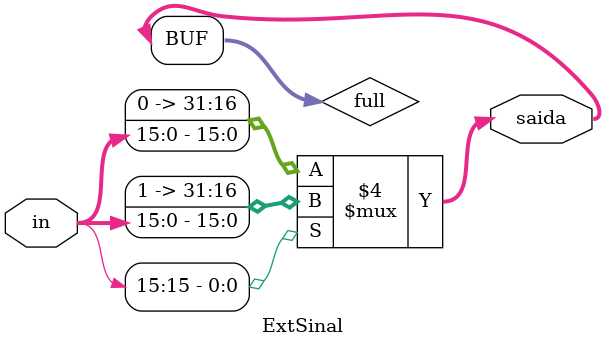
<source format=v>
module ExtSinal(
	input wire[15:0] in,
	output wire[31:0] saida
);

reg [31:0] full;

always @ (in)
begin

if(in[15]==0)
  begin
  full = in;
  end
  else
  begin
  full = {16'b1111111111111111, in};
  end

end

assign saida = full;

endmodule


</source>
